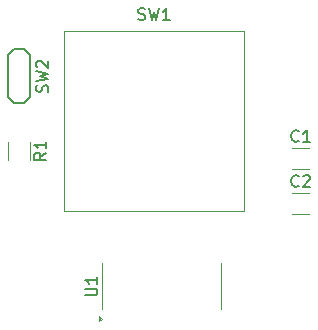
<source format=gbr>
%TF.GenerationSoftware,KiCad,Pcbnew,8.0.1*%
%TF.CreationDate,2024-11-04T22:09:12+13:00*%
%TF.ProjectId,morse_code_keyboard,6d6f7273-655f-4636-9f64-655f6b657962,rev?*%
%TF.SameCoordinates,Original*%
%TF.FileFunction,Legend,Top*%
%TF.FilePolarity,Positive*%
%FSLAX46Y46*%
G04 Gerber Fmt 4.6, Leading zero omitted, Abs format (unit mm)*
G04 Created by KiCad (PCBNEW 8.0.1) date 2024-11-04 22:09:12*
%MOMM*%
%LPD*%
G01*
G04 APERTURE LIST*
%ADD10C,0.150000*%
%ADD11C,0.120000*%
G04 APERTURE END LIST*
D10*
X139636667Y-76497200D02*
X139779524Y-76544819D01*
X139779524Y-76544819D02*
X140017619Y-76544819D01*
X140017619Y-76544819D02*
X140112857Y-76497200D01*
X140112857Y-76497200D02*
X140160476Y-76449580D01*
X140160476Y-76449580D02*
X140208095Y-76354342D01*
X140208095Y-76354342D02*
X140208095Y-76259104D01*
X140208095Y-76259104D02*
X140160476Y-76163866D01*
X140160476Y-76163866D02*
X140112857Y-76116247D01*
X140112857Y-76116247D02*
X140017619Y-76068628D01*
X140017619Y-76068628D02*
X139827143Y-76021009D01*
X139827143Y-76021009D02*
X139731905Y-75973390D01*
X139731905Y-75973390D02*
X139684286Y-75925771D01*
X139684286Y-75925771D02*
X139636667Y-75830533D01*
X139636667Y-75830533D02*
X139636667Y-75735295D01*
X139636667Y-75735295D02*
X139684286Y-75640057D01*
X139684286Y-75640057D02*
X139731905Y-75592438D01*
X139731905Y-75592438D02*
X139827143Y-75544819D01*
X139827143Y-75544819D02*
X140065238Y-75544819D01*
X140065238Y-75544819D02*
X140208095Y-75592438D01*
X140541429Y-75544819D02*
X140779524Y-76544819D01*
X140779524Y-76544819D02*
X140970000Y-75830533D01*
X140970000Y-75830533D02*
X141160476Y-76544819D01*
X141160476Y-76544819D02*
X141398572Y-75544819D01*
X142303333Y-76544819D02*
X141731905Y-76544819D01*
X142017619Y-76544819D02*
X142017619Y-75544819D01*
X142017619Y-75544819D02*
X141922381Y-75687676D01*
X141922381Y-75687676D02*
X141827143Y-75782914D01*
X141827143Y-75782914D02*
X141731905Y-75830533D01*
X135159819Y-99861904D02*
X135969342Y-99861904D01*
X135969342Y-99861904D02*
X136064580Y-99814285D01*
X136064580Y-99814285D02*
X136112200Y-99766666D01*
X136112200Y-99766666D02*
X136159819Y-99671428D01*
X136159819Y-99671428D02*
X136159819Y-99480952D01*
X136159819Y-99480952D02*
X136112200Y-99385714D01*
X136112200Y-99385714D02*
X136064580Y-99338095D01*
X136064580Y-99338095D02*
X135969342Y-99290476D01*
X135969342Y-99290476D02*
X135159819Y-99290476D01*
X136159819Y-98290476D02*
X136159819Y-98861904D01*
X136159819Y-98576190D02*
X135159819Y-98576190D01*
X135159819Y-98576190D02*
X135302676Y-98671428D01*
X135302676Y-98671428D02*
X135397914Y-98766666D01*
X135397914Y-98766666D02*
X135445533Y-98861904D01*
X131947200Y-82643332D02*
X131994819Y-82500475D01*
X131994819Y-82500475D02*
X131994819Y-82262380D01*
X131994819Y-82262380D02*
X131947200Y-82167142D01*
X131947200Y-82167142D02*
X131899580Y-82119523D01*
X131899580Y-82119523D02*
X131804342Y-82071904D01*
X131804342Y-82071904D02*
X131709104Y-82071904D01*
X131709104Y-82071904D02*
X131613866Y-82119523D01*
X131613866Y-82119523D02*
X131566247Y-82167142D01*
X131566247Y-82167142D02*
X131518628Y-82262380D01*
X131518628Y-82262380D02*
X131471009Y-82452856D01*
X131471009Y-82452856D02*
X131423390Y-82548094D01*
X131423390Y-82548094D02*
X131375771Y-82595713D01*
X131375771Y-82595713D02*
X131280533Y-82643332D01*
X131280533Y-82643332D02*
X131185295Y-82643332D01*
X131185295Y-82643332D02*
X131090057Y-82595713D01*
X131090057Y-82595713D02*
X131042438Y-82548094D01*
X131042438Y-82548094D02*
X130994819Y-82452856D01*
X130994819Y-82452856D02*
X130994819Y-82214761D01*
X130994819Y-82214761D02*
X131042438Y-82071904D01*
X130994819Y-81738570D02*
X131994819Y-81500475D01*
X131994819Y-81500475D02*
X131280533Y-81309999D01*
X131280533Y-81309999D02*
X131994819Y-81119523D01*
X131994819Y-81119523D02*
X130994819Y-80881428D01*
X131090057Y-80548094D02*
X131042438Y-80500475D01*
X131042438Y-80500475D02*
X130994819Y-80405237D01*
X130994819Y-80405237D02*
X130994819Y-80167142D01*
X130994819Y-80167142D02*
X131042438Y-80071904D01*
X131042438Y-80071904D02*
X131090057Y-80024285D01*
X131090057Y-80024285D02*
X131185295Y-79976666D01*
X131185295Y-79976666D02*
X131280533Y-79976666D01*
X131280533Y-79976666D02*
X131423390Y-80024285D01*
X131423390Y-80024285D02*
X131994819Y-80595713D01*
X131994819Y-80595713D02*
X131994819Y-79976666D01*
X131814819Y-87796666D02*
X131338628Y-88129999D01*
X131814819Y-88368094D02*
X130814819Y-88368094D01*
X130814819Y-88368094D02*
X130814819Y-87987142D01*
X130814819Y-87987142D02*
X130862438Y-87891904D01*
X130862438Y-87891904D02*
X130910057Y-87844285D01*
X130910057Y-87844285D02*
X131005295Y-87796666D01*
X131005295Y-87796666D02*
X131148152Y-87796666D01*
X131148152Y-87796666D02*
X131243390Y-87844285D01*
X131243390Y-87844285D02*
X131291009Y-87891904D01*
X131291009Y-87891904D02*
X131338628Y-87987142D01*
X131338628Y-87987142D02*
X131338628Y-88368094D01*
X131814819Y-86844285D02*
X131814819Y-87415713D01*
X131814819Y-87129999D02*
X130814819Y-87129999D01*
X130814819Y-87129999D02*
X130957676Y-87225237D01*
X130957676Y-87225237D02*
X131052914Y-87320475D01*
X131052914Y-87320475D02*
X131100533Y-87415713D01*
X153210833Y-90584580D02*
X153163214Y-90632200D01*
X153163214Y-90632200D02*
X153020357Y-90679819D01*
X153020357Y-90679819D02*
X152925119Y-90679819D01*
X152925119Y-90679819D02*
X152782262Y-90632200D01*
X152782262Y-90632200D02*
X152687024Y-90536961D01*
X152687024Y-90536961D02*
X152639405Y-90441723D01*
X152639405Y-90441723D02*
X152591786Y-90251247D01*
X152591786Y-90251247D02*
X152591786Y-90108390D01*
X152591786Y-90108390D02*
X152639405Y-89917914D01*
X152639405Y-89917914D02*
X152687024Y-89822676D01*
X152687024Y-89822676D02*
X152782262Y-89727438D01*
X152782262Y-89727438D02*
X152925119Y-89679819D01*
X152925119Y-89679819D02*
X153020357Y-89679819D01*
X153020357Y-89679819D02*
X153163214Y-89727438D01*
X153163214Y-89727438D02*
X153210833Y-89775057D01*
X153591786Y-89775057D02*
X153639405Y-89727438D01*
X153639405Y-89727438D02*
X153734643Y-89679819D01*
X153734643Y-89679819D02*
X153972738Y-89679819D01*
X153972738Y-89679819D02*
X154067976Y-89727438D01*
X154067976Y-89727438D02*
X154115595Y-89775057D01*
X154115595Y-89775057D02*
X154163214Y-89870295D01*
X154163214Y-89870295D02*
X154163214Y-89965533D01*
X154163214Y-89965533D02*
X154115595Y-90108390D01*
X154115595Y-90108390D02*
X153544167Y-90679819D01*
X153544167Y-90679819D02*
X154163214Y-90679819D01*
X153210833Y-86774580D02*
X153163214Y-86822200D01*
X153163214Y-86822200D02*
X153020357Y-86869819D01*
X153020357Y-86869819D02*
X152925119Y-86869819D01*
X152925119Y-86869819D02*
X152782262Y-86822200D01*
X152782262Y-86822200D02*
X152687024Y-86726961D01*
X152687024Y-86726961D02*
X152639405Y-86631723D01*
X152639405Y-86631723D02*
X152591786Y-86441247D01*
X152591786Y-86441247D02*
X152591786Y-86298390D01*
X152591786Y-86298390D02*
X152639405Y-86107914D01*
X152639405Y-86107914D02*
X152687024Y-86012676D01*
X152687024Y-86012676D02*
X152782262Y-85917438D01*
X152782262Y-85917438D02*
X152925119Y-85869819D01*
X152925119Y-85869819D02*
X153020357Y-85869819D01*
X153020357Y-85869819D02*
X153163214Y-85917438D01*
X153163214Y-85917438D02*
X153210833Y-85965057D01*
X154163214Y-86869819D02*
X153591786Y-86869819D01*
X153877500Y-86869819D02*
X153877500Y-85869819D01*
X153877500Y-85869819D02*
X153782262Y-86012676D01*
X153782262Y-86012676D02*
X153687024Y-86107914D01*
X153687024Y-86107914D02*
X153591786Y-86155533D01*
D11*
%TO.C,SW1*%
X133370000Y-77490000D02*
X133370000Y-92690000D01*
X133370000Y-92690000D02*
X148570000Y-92690000D01*
X148570000Y-92690000D02*
X148570000Y-77490000D01*
X148570000Y-77490000D02*
X133370000Y-77490000D01*
%TO.C,U1*%
X136545000Y-99100000D02*
X136545000Y-101050000D01*
X136545000Y-99100000D02*
X136545000Y-97150000D01*
X146665000Y-99100000D02*
X146665000Y-101050000D01*
X146665000Y-99100000D02*
X146665000Y-97150000D01*
X136600000Y-101825000D02*
X136270000Y-102065000D01*
X136270000Y-101585000D01*
X136600000Y-101825000D01*
G36*
X136600000Y-101825000D02*
G01*
X136270000Y-102065000D01*
X136270000Y-101585000D01*
X136600000Y-101825000D01*
G37*
D10*
%TO.C,SW2*%
X129940000Y-78980000D02*
X130440000Y-79480000D01*
X129140000Y-78980000D02*
X129940000Y-78980000D01*
X130440000Y-79480000D02*
X130440000Y-83080000D01*
X128640000Y-79480000D02*
X129140000Y-78980000D01*
X130440000Y-83080000D02*
X129940000Y-83580000D01*
X128640000Y-83080000D02*
X128640000Y-79480000D01*
X129940000Y-83580000D02*
X129140000Y-83580000D01*
X129140000Y-83580000D02*
X128640000Y-83080000D01*
D11*
%TO.C,R1*%
X130450000Y-86902936D02*
X130450000Y-88357064D01*
X128630000Y-86902936D02*
X128630000Y-88357064D01*
%TO.C,C2*%
X152666248Y-91165000D02*
X154088752Y-91165000D01*
X152666248Y-92985000D02*
X154088752Y-92985000D01*
%TO.C,C1*%
X152666248Y-87355000D02*
X154088752Y-87355000D01*
X152666248Y-89175000D02*
X154088752Y-89175000D01*
%TD*%
M02*

</source>
